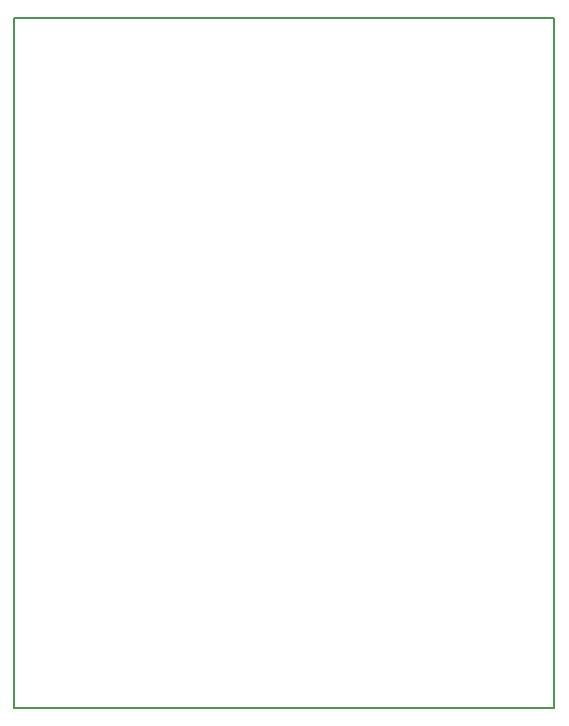
<source format=gbr>
G04 #@! TF.GenerationSoftware,KiCad,Pcbnew,(5.1.5-0-10_14)*
G04 #@! TF.CreationDate,2021-01-23T17:47:52+01:00*
G04 #@! TF.ProjectId,C64LED-latched,4336344c-4544-42d6-9c61-74636865642e,rev?*
G04 #@! TF.SameCoordinates,Original*
G04 #@! TF.FileFunction,Legend,Bot*
G04 #@! TF.FilePolarity,Positive*
%FSLAX46Y46*%
G04 Gerber Fmt 4.6, Leading zero omitted, Abs format (unit mm)*
G04 Created by KiCad (PCBNEW (5.1.5-0-10_14)) date 2021-01-23 17:47:52*
%MOMM*%
%LPD*%
G04 APERTURE LIST*
%ADD10C,0.150000*%
G04 APERTURE END LIST*
D10*
X111760000Y-95250000D02*
X66040000Y-95250000D01*
X111760000Y-36830000D02*
X111760000Y-95250000D01*
X66040000Y-36830000D02*
X111760000Y-36830000D01*
X66040000Y-38100000D02*
X66040000Y-36830000D01*
X66040000Y-95250000D02*
X66040000Y-38100000D01*
M02*

</source>
